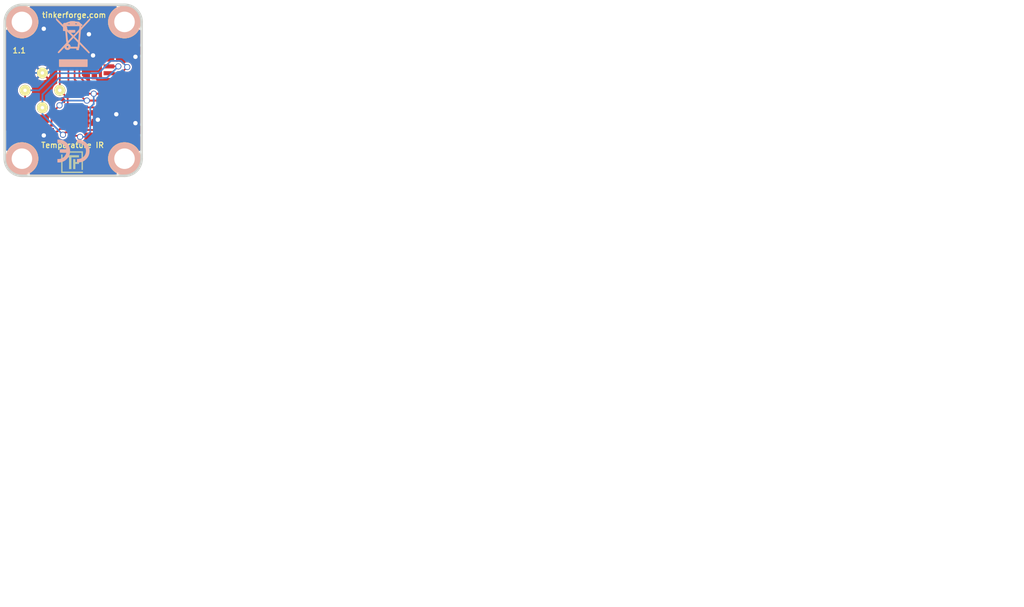
<source format=kicad_pcb>
(kicad_pcb (version 20221018) (generator pcbnew)
  (title_block (title "Temperature IR Bricklet") (date "18 jan 2013") (rev "1.1") (company "Tinkerforge GmbH") (comment 1 "Licensed under CERN OHL v.1.1") (comment 2 "Copyright (©) 2011, B.Nordmeyer <bastian@tinkerforge.com>"))
  (layers (0 "F.Cu" signal "Vorderseite") (31 "B.Cu" signal "Rückseite") (34 "B.Paste" user) (35 "F.Paste" user) (36 "B.SilkS" user "B.Silkscreen") (37 "F.SilkS" user "F.Silkscreen") (38 "B.Mask" user) (39 "F.Mask" user) (44 "Edge.Cuts" user))
  (net 0 "")
  (net 1 "GND")
  (net 2 "SCL")
  (net 3 "SCL2")
  (net 4 "SDA")
  (net 5 "SDA2")
  (net 6 "VCC")
  (net 7 "Net-(P1-Pad1)")
  (net 8 "Net-(P1-Pad6)")
  (net 9 "Net-(P1-Pad7)")
  (net 10 "Net-(P1-Pad10)")
  (net 11 "Net-(U3-Pad7)")
  (footprint "kicad-libraries:CON-SENSOR" (layer "F.Cu") (at 154.54884 91.1479 90)
    (fp_text reference "P1")
    (fp_text value "CON-SENSOR")
    (pad "1" smd rect (at -4.50088 -4.7752 90) (size 0.59944 1.5494) (layers "F.Cu" "F.Paste" "F.Mask") (net 7 "Net-(P1-Pad1)"))
    (pad "2" smd rect (at -3.50012 -4.7752 90) (size 0.59944 1.5494) (layers "F.Cu" "F.Paste" "F.Mask") (net 1 "GND"))
    (pad "3" smd rect (at -2.49936 -4.7752 90) (size 0.59944 1.5494) (layers "F.Cu" "F.Paste" "F.Mask") (net 6 "VCC"))
    (pad "4" smd rect (at -1.50114 -4.7752 90) (size 0.59944 1.5494) (layers "F.Cu" "F.Paste" "F.Mask") (net 2 "SCL"))
    (pad "5" smd rect (at -0.50038 -4.7752 90) (size 0.59944 1.5494) (layers "F.Cu" "F.Paste" "F.Mask") (net 4 "SDA"))
    (pad "6" smd rect (at 0.50038 -4.7752 90) (size 0.59944 1.5494) (layers "F.Cu" "F.Paste" "F.Mask") (net 8 "Net-(P1-Pad6)"))
    (pad "7" smd rect (at 1.50114 -4.7752 90) (size 0.59944 1.5494) (layers "F.Cu" "F.Paste" "F.Mask") (net 9 "Net-(P1-Pad7)"))
    (pad "8" smd rect (at 2.49936 -4.7752 90) (size 0.59944 1.5494) (layers "F.Cu" "F.Paste" "F.Mask") (net 3 "SCL2"))
    (pad "9" smd rect (at 3.50012 -4.7752 90) (size 0.59944 1.5494) (layers "F.Cu" "F.Paste" "F.Mask") (net 5 "SDA2"))
    (pad "10" smd rect (at 4.50088 -4.7752 90) (size 0.59944 1.5494) (layers "F.Cu" "F.Paste" "F.Mask") (net 10 "Net-(P1-Pad10)"))
    (pad "EP" smd rect (at -5.79882 -0.89916 90) (size 1.19888 1.80086) (layers "F.Cu" "F.Paste" "F.Mask") (net 1 "GND"))
    (pad "EP" smd rect (at 5.79882 -0.89916 90) (size 1.19888 1.80086) (layers "F.Cu" "F.Paste" "F.Mask") (net 1 "GND"))
  )
  (footprint "kicad-libraries:VSSOP8" (layer "F.Cu") (at 142.748 97.05086 -90)
    (fp_text reference "U1")
    (fp_text value "NC7WB66K8X")
    (pad "1" smd rect (at -0.7493 1.37414 90) (size 0.29972 0.7493) (layers "F.Cu" "F.Paste" "F.Mask") (net 2 "SCL"))
    (pad "2" smd rect (at -0.24892 1.37414 90) (size 0.29972 0.7493) (layers "F.Cu" "F.Paste" "F.Mask") (net 3 "SCL2"))
    (pad "3" smd rect (at 0.24892 1.37414 90) (size 0.29972 0.7493) (layers "F.Cu" "F.Paste" "F.Mask") (net 9 "Net-(P1-Pad7)"))
    (pad "4" smd rect (at 0.7493 1.37414 90) (size 0.29972 0.7493) (layers "F.Cu" "F.Paste" "F.Mask") (net 1 "GND"))
    (pad "5" smd rect (at 0.7493 -1.37414 270) (size 0.29972 0.7493) (layers "F.Cu" "F.Paste" "F.Mask") (net 4 "SDA"))
    (pad "6" smd rect (at 0.24892 -1.37414 270) (size 0.29972 0.7493) (layers "F.Cu" "F.Paste" "F.Mask") (net 5 "SDA2"))
    (pad "7" smd rect (at -0.24892 -1.37414 270) (size 0.29972 0.7493) (layers "F.Cu" "F.Paste" "F.Mask") (net 9 "Net-(P1-Pad7)"))
    (pad "8" smd rect (at -0.7493 -1.37414 270) (size 0.29972 0.7493) (layers "F.Cu" "F.Paste" "F.Mask") (net 6 "VCC"))
  )
  (footprint "kicad-libraries:DRILL_NP" (layer "F.Cu") (at 137.05078 101.14788)
    (fp_text reference "U4" hide)
    (fp_text value "DRILL" hide)
    (pad "" np_thru_hole circle (at 0 0) (size 2.99974 2.99974) (drill 2.99974) (layers "*.Cu" "*.Mask" "F.SilkS") (clearance 0.89916))
  )
  (footprint "kicad-libraries:TSSOP8" (layer "F.Cu") (at 143.94942 84.44992 90)
    (fp_text reference "U3")
    (fp_text value "M24C64")
    (pad "1" smd rect (at -0.97282 2.89814 270) (size 0.39878 1.29794) (layers "F.Cu" "F.Paste" "F.Mask") (net 1 "GND"))
    (pad "2" smd rect (at -0.32258 2.89814 270) (size 0.39878 1.29794) (layers "F.Cu" "F.Paste" "F.Mask") (net 1 "GND"))
    (pad "3" smd rect (at 0.32258 2.89814 270) (size 0.39878 1.29794) (layers "F.Cu" "F.Paste" "F.Mask") (net 8 "Net-(P1-Pad6)"))
    (pad "4" smd rect (at 0.97282 2.89814 270) (size 0.39878 1.29794) (layers "F.Cu" "F.Paste" "F.Mask") (net 1 "GND"))
    (pad "5" smd rect (at 0.97282 -2.89814 90) (size 0.39878 1.29794) (layers "F.Cu" "F.Paste" "F.Mask") (net 4 "SDA"))
    (pad "6" smd rect (at 0.32258 -2.89814 90) (size 0.39878 1.29794) (layers "F.Cu" "F.Paste" "F.Mask") (net 2 "SCL"))
    (pad "7" smd rect (at -0.32258 -2.89814 90) (size 0.39878 1.29794) (layers "F.Cu" "F.Paste" "F.Mask") (net 11 "Net-(U3-Pad7)"))
    (pad "8" smd rect (at -0.97282 -2.89814 90) (size 0.39878 1.29794) (layers "F.Cu" "F.Paste" "F.Mask") (net 6 "VCC"))
  )
  (footprint "kicad-libraries:DRILL_NP" (layer "F.Cu") (at 152.05202 101.14788 90)
    (fp_text reference "U7" hide)
    (fp_text value "DRILL" hide)
    (pad "" np_thru_hole circle (at 0 0 90) (size 2.99974 2.99974) (drill 2.99974) (layers "*.Cu" "*.Mask" "F.SilkS") (clearance 0.89916))
  )
  (footprint "kicad-libraries:TO-39" (layer "F.Cu") (at 140.04798 91.15044)
    (fp_text reference "U2")
    (fp_text value "MLX90614")
    (pad "1" thru_hole circle (at -2.54 0) (size 1.6002 1.6002) (drill 0.50038) (layers "*.Cu" "*.Mask" "F.SilkS") (net 3 "SCL2"))
    (pad "2" thru_hole circle (at 0 2.54) (size 1.6002 1.6002) (drill 0.50038) (layers "*.Cu" "*.Mask" "F.SilkS") (net 5 "SDA2"))
    (pad "3" thru_hole circle (at 2.54 0) (size 1.6002 1.6002) (drill 0.50038) (layers "*.Cu" "*.Mask" "F.SilkS") (net 6 "VCC"))
    (pad "4" thru_hole circle (at 0 -2.54) (size 1.6002 1.6002) (drill 0.50038) (layers "*.Cu" "*.Mask" "F.SilkS") (net 1 "GND"))
  )
  (footprint "kicad-libraries:Logo_31x31" (layer "F.Cu") (at 142.80134 100.07346)
    (fp_text reference "Ref**" hide)
    (fp_text value "Val**" hide)
  )
  (footprint "kicad-libraries:Fiducial_Mark" (layer "F.Cu") (at 135.94842 97.6503)
    (fp_text reference "Fiducial_Mark" hide)
    (fp_text value "VAL**" hide)
    (pad "1" smd circle (at 0 0) (size 1.00076 1.00076) (layers "F.Cu" "F.Paste" "F.Mask") (clearance 0.65024))
  )
  (footprint "kicad-libraries:Fiducial_Mark" (layer "F.Cu") (at 148.3487 81.84896)
    (fp_text reference "Fiducial_Mark" hide)
    (fp_text value "VAL**" hide)
    (pad "1" smd circle (at 0 0) (size 1.00076 1.00076) (layers "F.Cu" "F.Paste" "F.Mask") (clearance 0.65024))
  )
  (footprint "kicad-libraries:DRILL_NP" (layer "F.Cu") (at 137.05078 81.14792 90)
    (fp_text reference "U5" hide)
    (fp_text value "DRILL" hide)
    (pad "" np_thru_hole circle (at 0 0 90) (size 2.99974 2.99974) (drill 2.99974) (layers "*.Cu" "*.Mask" "F.SilkS") (clearance 0.89916))
  )
  (footprint "kicad-libraries:DRILL_NP" (layer "F.Cu") (at 152.05202 81.14792)
    (fp_text reference "U6" hide)
    (fp_text value "DRILL" hide)
    (pad "" np_thru_hole circle (at 0 0) (size 2.99974 2.99974) (drill 2.99974) (layers "*.Cu" "*.Mask" "F.SilkS") (clearance 0.89916))
  )
  (footprint "kicad-libraries:C0603" (layer "F.Cu") (at 146.7485 95.95104)
    (fp_text reference "C1")
    (fp_text value "100nF")
    (pad "1" smd rect (at -0.8001 0) (size 0.8001 0.8001) (layers "F.Cu" "F.Paste" "F.Mask") (net 6 "VCC"))
    (pad "2" smd rect (at 0.8001 0) (size 0.8001 0.8001) (layers "F.Cu" "F.Paste" "F.Mask") (net 1 "GND"))
  )
  (footprint "kicad-libraries:C0603" (layer "F.Cu") (at 146.7485 94.4499)
    (fp_text reference "C2")
    (fp_text value "100nF")
    (pad "1" smd rect (at -0.8001 0) (size 0.8001 0.8001) (layers "F.Cu" "F.Paste" "F.Mask") (net 6 "VCC"))
    (pad "2" smd rect (at 0.8001 0) (size 0.8001 0.8001) (layers "F.Cu" "F.Paste" "F.Mask") (net 1 "GND"))
  )
  (footprint "kicad-libraries:C0603" (layer "F.Cu") (at 139.44854 84.44992 -90)
    (fp_text reference "C3")
    (fp_text value "100nF")
    (pad "1" smd rect (at -0.8001 0 270) (size 0.8001 0.8001) (layers "F.Cu" "F.Paste" "F.Mask") (net 1 "GND"))
    (pad "2" smd rect (at 0.8001 0 270) (size 0.8001 0.8001) (layers "F.Cu" "F.Paste" "F.Mask") (net 6 "VCC"))
  )
  (footprint "kicad-libraries:R0603" (layer "F.Cu") (at 147.6502 88.34882 90)
    (fp_text reference "R1")
    (fp_text value "10k")
    (pad "1" smd rect (at -0.8001 0 90) (size 0.8001 0.8001) (layers "F.Cu" "F.Paste" "F.Mask") (net 9 "Net-(P1-Pad7)"))
    (pad "2" smd rect (at 0.8001 0 90) (size 0.8001 0.8001) (layers "F.Cu" "F.Paste" "F.Mask") (net 1 "GND"))
  )
  (footprint "kicad-libraries:WEEE_7mm" (layer "B.Cu") (at 144.55 84.15 180)
    (fp_text reference "VAL" hide)
    (fp_text value "WEEE_7mm" hide)
  )
  (footprint "kicad-libraries:CE_5mm" (layer "B.Cu") (at 144.55 100.025 180)
    (fp_text reference "VAL" hide)
    (fp_text value "CE_5mm" hide)
  )
  (gr_line (start 137.04824 78.64856) (end 152.04948 78.64856) (stroke (width 0.381)) (layer "Edge.Cuts"))
  (gr_line (start 137.04824 103.64724) (end 152.04948 103.64724) (stroke (width 0.381)) (layer "Edge.Cuts"))
  (gr_arc (start 137.04824 103.64724) (mid 135.280926 102.915194) (end 134.54888 101.14788) (stroke (width 0.381)) (layer "Edge.Cuts"))
  (gr_arc (start 134.54888 81.14792) (mid 135.280926 79.380606) (end 137.04824 78.64856) (stroke (width 0.381)) (layer "Edge.Cuts"))
  (gr_line (start 154.54884 101.14788) (end 154.54884 81.14792) (stroke (width 0.381)) (layer "Edge.Cuts"))
  (gr_arc (start 154.54884 101.14788) (mid 153.816794 102.915194) (end 152.04948 103.64724) (stroke (width 0.381)) (layer "Edge.Cuts"))
  (gr_arc (start 152.04948 78.64856) (mid 153.816794 79.380606) (end 154.54884 81.14792) (stroke (width 0.381)) (layer "Edge.Cuts"))
  (gr_line (start 134.54888 81.14792) (end 134.54888 101.14788) (stroke (width 0.381)) (layer "Edge.Cuts"))
  (gr_text "Temperature IR" (at 144.45234 99.17176) (layer "F.SilkS") (effects (font (size 0.8001 0.8001) (thickness 0.14986))))
  (gr_text "tinkerforge.com" (at 144.67586 80.14716) (layer "F.SilkS") (effects (font (size 0.8001 0.8001) (thickness 0.14986))))
  (gr_text "1.1" (at 136.652 85.32368) (layer "F.SilkS") (effects (font (size 0.8001 0.8001) (thickness 0.14986))))
  (segment (start 146.84756 84.76996) (end 146.84756 85.4202) (width 0.29972) (layer "F.Cu") (net 1))
  (segment (start 139.44854 82.94878) (end 139.44854 83.64728) (width 0.29972) (layer "F.Cu") (net 1))
  (segment (start 147.6502 86.24824) (end 147.44954 86.04758) (width 0.29972) (layer "F.Cu") (net 1))
  (segment (start 146.84756 85.4456) (end 146.84756 85.4202) (width 0.29972) (layer "F.Cu") (net 1))
  (segment (start 141.3764 97.79762) (end 140.30198 97.79762) (width 0.24892) (layer "F.Cu") (net 1))
  (segment (start 146.84756 82.95132) (end 146.8501 82.94878) (width 0.29972) (layer "F.Cu") (net 1))
  (segment (start 139.45108 83.64728) (end 139.44854 83.64728) (width 0.29972) (layer "F.Cu") (net 1))
  (segment (start 148.15058 95.1484) (end 148.15058 95.44812) (width 0.24892) (layer "F.Cu") (net 1))
  (segment (start 149.77364 94.64802) (end 150.8506 94.64802) (width 0.24892) (layer "F.Cu") (net 1))
  (segment (start 148.65096 94.64802) (end 148.15058 95.1484) (width 0.24892) (layer "F.Cu") (net 1))
  (segment (start 148.54936 85.24748) (end 147.02028 85.24748) (width 0.29972) (layer "F.Cu") (net 1))
  (segment (start 140.30198 97.79762) (end 140.25118 97.74682) (width 0.24892) (layer "F.Cu") (net 1))
  (segment (start 140.24864 82.14868) (end 139.44854 82.94878) (width 0.29972) (layer "F.Cu") (net 1))
  (segment (start 147.6502 87.54872) (end 147.6502 86.24824) (width 0.29972) (layer "F.Cu") (net 1))
  (segment (start 147.02028 85.24748) (end 146.84756 85.4202) (width 0.29972) (layer "F.Cu") (net 1))
  (segment (start 146.84756 85.4456) (end 147.44954 86.04758) (width 0.29972) (layer "F.Cu") (net 1))
  (segment (start 146.84756 83.47456) (end 146.84756 82.95132) (width 0.29972) (layer "F.Cu") (net 1))
  (segment (start 153.64968 85.34908) (end 153.64968 86.24824) (width 0.29972) (layer "F.Cu") (net 1))
  (segment (start 147.35048 95.44812) (end 148.15058 95.44812) (width 0.24892) (layer "F.Cu") (net 1))
  (segment (start 147.5486 94.4499) (end 147.5486 95.95104) (width 0.24892) (layer "F.Cu") (net 1))
  (segment (start 148.65096 94.64802) (end 149.77364 94.64802) (width 0.24892) (layer "F.Cu") (net 1))
  (segment (start 153.64968 95.9485) (end 153.64968 96.94672) (width 0.29972) (layer "F.Cu") (net 1))
  (via (at 146.8501 82.94878) (size 0.889) (drill 0.635) (layers "F.Cu" "B.Cu") (net 1))
  (via (at 140.25118 97.74682) (size 0.889) (drill 0.635) (layers "F.Cu" "B.Cu") (net 1))
  (via (at 140.24864 82.14868) (size 0.889) (drill 0.635) (layers "F.Cu" "B.Cu") (net 1))
  (via (at 150.8506 94.64802) (size 0.889) (drill 0.635) (layers "F.Cu" "B.Cu") (net 1))
  (via (at 148.15058 95.44812) (size 0.889) (drill 0.635) (layers "F.Cu" "B.Cu") (net 1))
  (via (at 153.64968 86.24824) (size 0.889) (drill 0.635) (layers "F.Cu" "B.Cu") (net 1))
  (via (at 147.44954 86.04758) (size 0.889) (drill 0.635) (layers "F.Cu" "B.Cu") (net 1))
  (via (at 153.64968 95.9485) (size 0.889) (drill 0.635) (layers "F.Cu" "B.Cu") (net 1))
  (segment (start 148.84908 82.94878) (end 151.24938 85.34908) (width 0.29972) (layer "B.Cu") (net 1))
  (segment (start 151.95042 85.34908) (end 152.84958 86.24824) (width 0.29972) (layer "B.Cu") (net 1))
  (segment (start 140.88872 88.6079) (end 143.44904 86.04758) (width 0.29972) (layer "B.Cu") (net 1))
  (segment (start 135.95096 93.4466) (end 135.95096 89.6493) (width 0.24892) (layer "B.Cu") (net 1))
  (segment (start 143.44904 86.04758) (end 143.44904 83.3501) (width 0.29972) (layer "B.Cu") (net 1))
  (segment (start 136.99236 88.6079) (end 140.05052 88.6079) (width 0.24892) (layer "B.Cu") (net 1))
  (segment (start 146.8501 82.94878) (end 143.85036 82.94878) (width 0.29972) (layer "B.Cu") (net 1))
  (segment (start 151.24938 85.34908) (end 151.95042 85.34908) (width 0.29972) (layer "B.Cu") (net 1))
  (segment (start 152.84958 86.24824) (end 153.64968 86.24824) (width 0.29972) (layer "B.Cu") (net 1))
  (segment (start 140.05052 88.6079) (end 140.88872 88.6079) (width 0.29972) (layer "B.Cu") (net 1))
  (segment (start 141.04874 82.94878) (end 140.24864 82.14868) (width 0.29972) (layer "B.Cu") (net 1))
  (segment (start 146.8501 82.94878) (end 148.84908 82.94878) (width 0.29972) (layer "B.Cu") (net 1))
  (segment (start 143.44904 83.3501) (end 143.85036 82.94878) (width 0.29972) (layer "B.Cu") (net 1))
  (segment (start 152.15108 95.9485) (end 153.64968 95.9485) (width 0.24892) (layer "B.Cu") (net 1))
  (segment (start 153.64968 86.24824) (end 153.64968 95.9485) (width 0.29972) (layer "B.Cu") (net 1))
  (segment (start 135.95096 89.6493) (end 136.99236 88.6079) (width 0.24892) (layer "B.Cu") (net 1))
  (segment (start 143.85036 82.94878) (end 141.04874 82.94878) (width 0.29972) (layer "B.Cu") (net 1))
  (segment (start 150.8506 94.64802) (end 152.15108 95.9485) (width 0.24892) (layer "B.Cu") (net 1))
  (segment (start 140.25118 97.74682) (end 135.95096 93.4466) (width 0.24892) (layer "B.Cu") (net 1))
  (segment (start 143.44904 86.04758) (end 147.44954 86.04758) (width 0.29972) (layer "B.Cu") (net 1))
  (segment (start 146.35226 92.64904) (end 143.85036 90.14714) (width 0.24892) (layer "F.Cu") (net 2))
  (segment (start 143.85036 85.24748) (end 142.72768 84.1248) (width 0.24892) (layer "F.Cu") (net 2))
  (segment (start 149.77364 92.64904) (end 146.55038 92.64904) (width 0.29972) (layer "F.Cu") (net 2))
  (segment (start 141.3764 94.52356) (end 142.55242 93.34754) (width 0.24892) (layer "F.Cu") (net 2))
  (segment (start 143.85036 90.14714) (end 143.85036 85.24748) (width 0.24892) (layer "F.Cu") (net 2))
  (segment (start 141.3764 96.29902) (end 141.3764 94.52356) (width 0.24892) (layer "F.Cu") (net 2))
  (segment (start 142.72768 84.1248) (end 141.05128 84.1248) (width 0.24892) (layer "F.Cu") (net 2))
  (segment (start 146.55038 92.64904) (end 146.35226 92.64904) (width 0.24892) (layer "F.Cu") (net 2))
  (via (at 142.55242 93.34754) (size 0.889) (drill 0.635) (layers "F.Cu" "B.Cu") (net 2))
  (via (at 146.55038 92.64904) (size 0.889) (drill 0.635) (layers "F.Cu" "B.Cu") (net 2))
  (segment (start 142.55242 93.34754) (end 143.25092 92.64904) (width 0.24892) (layer "B.Cu") (net 2))
  (segment (start 143.25092 92.64904) (end 146.55038 92.64904) (width 0.24892) (layer "B.Cu") (net 2))
  (segment (start 137.51052 95.20682) (end 137.51052 91.1479) (width 0.24892) (layer "F.Cu") (net 3))
  (segment (start 139.1031 96.7994) (end 137.51052 95.20682) (width 0.24892) (layer "F.Cu") (net 3))
  (segment (start 141.3764 96.7994) (end 139.1031 96.7994) (width 0.24892) (layer "F.Cu") (net 3))
  (segment (start 149.77364 88.64854) (end 151.5491 88.64854) (width 0.24892) (layer "F.Cu") (net 3))
  (segment (start 151.5491 88.64854) (end 152.4508 87.74684) (width 0.24892) (layer "F.Cu") (net 3))
  (via (at 152.4508 87.74684) (size 0.889) (drill 0.635) (layers "F.Cu" "B.Cu") (net 3))
  (segment (start 150.05304 86.84768) (end 148.25218 88.64854) (width 0.24892) (layer "B.Cu") (net 3))
  (segment (start 151.55164 86.84768) (end 150.05304 86.84768) (width 0.24892) (layer "B.Cu") (net 3))
  (segment (start 148.25218 88.64854) (end 142.0495 88.64854) (width 0.24892) (layer "B.Cu") (net 3))
  (segment (start 139.55014 91.1479) (end 137.51052 91.1479) (width 0.24892) (layer "B.Cu") (net 3))
  (segment (start 152.4508 87.74684) (end 151.55164 86.84768) (width 0.24892) (layer "B.Cu") (net 3))
  (segment (start 142.0495 88.64854) (end 139.55014 91.1479) (width 0.24892) (layer "B.Cu") (net 3))
  (segment (start 145.54962 97.95002) (end 145.39976 97.80016) (width 0.24892) (layer "F.Cu") (net 4))
  (segment (start 144.75206 89.55024) (end 144.75206 84.7471) (width 0.24892) (layer "F.Cu") (net 4))
  (segment (start 145.39976 97.80016) (end 144.12214 97.80016) (width 0.24892) (layer "F.Cu") (net 4))
  (segment (start 144.75206 84.7471) (end 143.47952 83.47456) (width 0.24892) (layer "F.Cu") (net 4))
  (segment (start 149.77364 91.64828) (end 147.5486 91.64828) (width 0.29972) (layer "F.Cu") (net 4))
  (segment (start 147.5486 91.64828) (end 146.8501 91.64828) (width 0.24892) (layer "F.Cu") (net 4))
  (segment (start 146.8501 91.64828) (end 144.75206 89.55024) (width 0.24892) (layer "F.Cu") (net 4))
  (segment (start 143.47952 83.47456) (end 141.05128 83.47456) (width 0.24892) (layer "F.Cu") (net 4))
  (via (at 145.54962 97.95002) (size 0.889) (drill 0.635) (layers "F.Cu" "B.Cu") (net 4))
  (via (at 147.5486 91.64828) (size 0.889) (drill 0.635) (layers "F.Cu" "B.Cu") (net 4))
  (segment (start 147.05076 95.9485) (end 147.05076 93.6498) (width 0.24892) (layer "B.Cu") (net 4))
  (segment (start 147.05076 93.6498) (end 147.5486 93.15196) (width 0.24892) (layer "B.Cu") (net 4))
  (segment (start 146.34718 97.95002) (end 145.54962 97.95002) (width 0.24892) (layer "B.Cu") (net 4))
  (segment (start 147.05076 97.24644) (end 146.34718 97.95002) (width 0.24892) (layer "B.Cu") (net 4))
  (segment (start 147.05076 95.9485) (end 147.05076 97.24644) (width 0.24892) (layer "B.Cu") (net 4))
  (segment (start 147.5486 91.64828) (end 147.5486 93.15196) (width 0.24892) (layer "B.Cu") (net 4))
  (segment (start 144.12468 97.29724) (end 143.40078 97.29724) (width 0.24892) (layer "F.Cu") (net 5))
  (segment (start 149.77364 87.64778) (end 151.15032 87.64778) (width 0.24892) (layer "F.Cu") (net 5))
  (segment (start 143.40078 97.29724) (end 143.05026 97.64776) (width 0.24892) (layer "F.Cu") (net 5))
  (via (at 151.15032 87.64778) (size 0.889) (drill 0.635) (layers "F.Cu" "B.Cu") (net 5))
  (via (at 143.05026 97.64776) (size 0.889) (drill 0.635) (layers "F.Cu" "B.Cu") (net 5))
  (segment (start 140.05052 91.74734) (end 140.05052 93.6879) (width 0.24892) (layer "B.Cu") (net 5))
  (segment (start 149.45106 89.34704) (end 142.45082 89.34704) (width 0.24892) (layer "B.Cu") (net 5))
  (segment (start 143.05026 97.64776) (end 140.05052 94.64802) (width 0.24892) (layer "B.Cu") (net 5))
  (segment (start 140.05052 94.64802) (end 140.05052 93.6879) (width 0.24892) (layer "B.Cu") (net 5))
  (segment (start 151.15032 87.64778) (end 149.45106 89.34704) (width 0.24892) (layer "B.Cu") (net 5))
  (segment (start 142.45082 89.34704) (end 140.05052 91.74734) (width 0.24892) (layer "B.Cu") (net 5))
  (segment (start 139.44854 85.25002) (end 139.84732 85.25002) (width 0.24892) (layer "F.Cu") (net 6))
  (segment (start 143.74876 92.31122) (end 142.58798 91.15044) (width 0.24892) (layer "F.Cu") (net 6))
  (segment (start 145.9484 94.05112) (end 145.9484 94.4499) (width 0.24892) (layer "F.Cu") (net 6))
  (segment (start 141.64818 86.85022) (end 140.14958 86.85022) (width 0.24892) (layer "F.Cu") (net 6))
  (segment (start 144.12214 96.30156) (end 145.59788 96.30156) (width 0.24892) (layer "F.Cu") (net 6))
  (segment (start 149.77364 93.64726) (end 146.35226 93.64726) (width 0.24892) (layer "F.Cu") (net 6))
  (segment (start 145.04924 94.4499) (end 143.74876 93.14942) (width 0.24892) (layer "F.Cu") (net 6))
  (segment (start 140.02004 85.42274) (end 141.05128 85.42274) (width 0.24892) (layer "F.Cu") (net 6))
  (segment (start 142.58798 91.15044) (end 142.58798 87.79002) (width 0.24892) (layer "F.Cu") (net 6))
  (segment (start 143.74876 93.14942) (end 143.74876 92.31122) (width 0.24892) (layer "F.Cu") (net 6))
  (segment (start 139.44854 86.14918) (end 139.44854 85.25002) (width 0.24892) (layer "F.Cu") (net 6))
  (segment (start 139.84732 85.25002) (end 140.02004 85.42274) (width 0.24892) (layer "F.Cu") (net 6))
  (segment (start 145.59788 96.30156) (end 145.9484 95.95104) (width 0.24892) (layer "F.Cu") (net 6))
  (segment (start 140.14958 86.85022) (end 139.44854 86.14918) (width 0.24892) (layer "F.Cu") (net 6))
  (segment (start 146.35226 93.64726) (end 145.9484 94.05112) (width 0.24892) (layer "F.Cu") (net 6))
  (segment (start 145.9484 95.95104) (end 145.9484 94.4499) (width 0.24892) (layer "F.Cu") (net 6))
  (segment (start 145.9484 94.4499) (end 145.04924 94.4499) (width 0.24892) (layer "F.Cu") (net 6))
  (segment (start 142.58798 87.79002) (end 141.64818 86.85022) (width 0.24892) (layer "F.Cu") (net 6))
  (segment (start 146.9517 90.64752) (end 145.45056 89.14638) (width 0.24892) (layer "F.Cu") (net 8))
  (segment (start 149.77364 90.64752) (end 146.9517 90.64752) (width 0.24892) (layer "F.Cu") (net 8))
  (segment (start 145.45056 89.14638) (end 145.45056 84.44738) (width 0.24892) (layer "F.Cu") (net 8))
  (segment (start 145.45056 84.44738) (end 145.77314 84.1248) (width 0.24892) (layer "F.Cu") (net 8))
  (segment (start 145.77314 84.1248) (end 146.84756 84.1248) (width 0.24892) (layer "F.Cu") (net 8))
  (segment (start 144.95018 96.94926) (end 144.80032 96.7994) (width 0.24892) (layer "F.Cu") (net 9))
  (segment (start 150.64994 96.94926) (end 152.15108 95.44812) (width 0.24892) (layer "F.Cu") (net 9))
  (segment (start 148.14804 89.64676) (end 147.6502 89.14892) (width 0.29972) (layer "F.Cu") (net 9))
  (segment (start 152.15108 90.3478) (end 151.45004 89.64676) (width 0.24892) (layer "F.Cu") (net 9))
  (segment (start 146.9517 96.94926) (end 150.64994 96.94926) (width 0.24892) (layer "F.Cu") (net 9))
  (segment (start 152.15108 95.44812) (end 152.15108 90.3478) (width 0.24892) (layer "F.Cu") (net 9))
  (segment (start 142.00124 97.29724) (end 141.3764 97.29724) (width 0.24892) (layer "F.Cu") (net 9))
  (segment (start 151.45004 89.64676) (end 149.77364 89.64676) (width 0.24892) (layer "F.Cu") (net 9))
  (segment (start 149.77364 89.64676) (end 148.14804 89.64676) (width 0.29972) (layer "F.Cu") (net 9))
  (segment (start 142.25016 97.14992) (end 142.14856 97.14992) (width 0.24892) (layer "F.Cu") (net 9))
  (segment (start 146.9517 96.94926) (end 144.95018 96.94926) (width 0.24892) (layer "F.Cu") (net 9))
  (segment (start 142.60068 96.7994) (end 142.25016 97.14992) (width 0.24892) (layer "F.Cu") (net 9))
  (segment (start 144.12468 96.7994) (end 142.60068 96.7994) (width 0.24892) (layer "F.Cu") (net 9))
  (segment (start 142.14856 97.14992) (end 142.00124 97.29724) (width 0.24892) (layer "F.Cu") (net 9))
  (segment (start 144.12468 96.7994) (end 144.80032 96.7994) (width 0.24892) (layer "F.Cu") (net 9))
  (zone (net 1) (net_name "GND") (layer "F.Cu") (connect_pads (clearance 0.24892)) (min_thickness 0.24892) (fill yes (thermal_gap 0.29972) (thermal_bridge_width 0.29972))
    (polygon (pts (xy 154.54884 103.64724) (xy 154.54884 78.64856) (xy 134.54888 78.64856) (xy 134.54888 103.64724)))
  )
  (zone (net 1) (net_name "GND") (layer "B.Cu") (connect_pads (clearance 0.24892)) (min_thickness 0.24892) (fill yes (thermal_gap 0.29972) (thermal_bridge_width 0.29972))
    (polygon (pts (xy 154.54884 103.64724) (xy 154.54884 78.64856) (xy 134.54888 78.64856) (xy 134.54888 103.64724)))
  )
)
</source>
